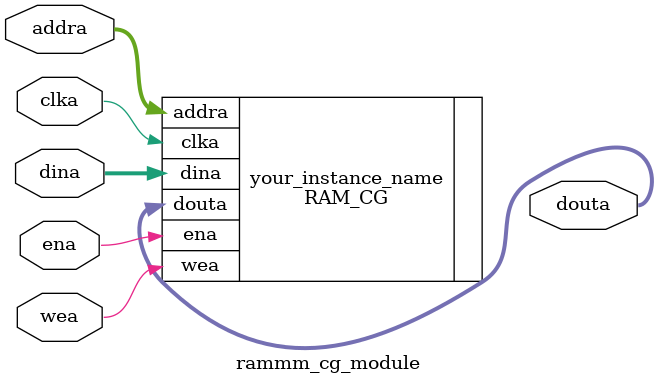
<source format=v>
`timescale 1ns / 1ps
module rammm_cg_module(
    input clka,
    input ena,
    input [0:0] wea,
    input [7:0] addra,
    input [7:0] dina,
    output [7:0] douta
    );

RAM_CG your_instance_name (
  .clka(clka), // input clka
  .ena(ena), // input ena
  .wea(wea), // input [0 : 0] wea
  .addra(addra), // input [7 : 0] addra
  .dina(dina), // input [7 : 0] dina
  .douta(douta) // output [7 : 0] douta
);

endmodule

</source>
